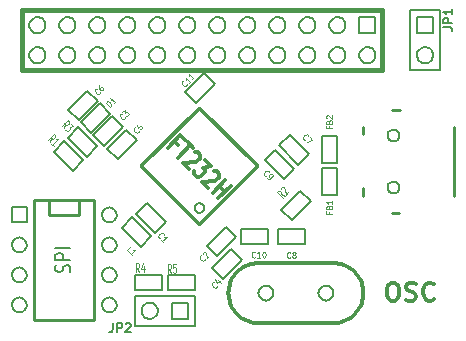
<source format=gto>
G04 (created by PCBNEW-RS274X (2012-01-19 BZR 3256)-stable) date 25/11/2012 15:42:30*
G01*
G70*
G90*
%MOIN*%
G04 Gerber Fmt 3.4, Leading zero omitted, Abs format*
%FSLAX34Y34*%
G04 APERTURE LIST*
%ADD10C,0.006000*%
%ADD11C,0.005000*%
%ADD12C,0.015000*%
%ADD13C,0.011800*%
%ADD14C,0.007900*%
%ADD15C,0.012500*%
%ADD16C,0.010000*%
%ADD17C,0.004500*%
%ADD18C,0.012000*%
%ADD19C,0.008000*%
G04 APERTURE END LIST*
G54D10*
G54D11*
X63115Y-48985D02*
X62215Y-48985D01*
X62215Y-48985D02*
X62215Y-48485D01*
X62215Y-48485D02*
X63115Y-48485D01*
X63115Y-48485D02*
X63115Y-48985D01*
X61125Y-48480D02*
X62025Y-48480D01*
X62025Y-48480D02*
X62025Y-48980D01*
X62025Y-48980D02*
X61125Y-48980D01*
X61125Y-48980D02*
X61125Y-48480D01*
X59501Y-44555D02*
X58865Y-43919D01*
X58865Y-43919D02*
X59219Y-43565D01*
X59219Y-43565D02*
X59855Y-44201D01*
X59855Y-44201D02*
X59501Y-44555D01*
X65995Y-46311D02*
X66631Y-45675D01*
X66631Y-45675D02*
X66985Y-46029D01*
X66985Y-46029D02*
X66349Y-46665D01*
X66349Y-46665D02*
X65995Y-46311D01*
X59041Y-45015D02*
X58405Y-44379D01*
X58405Y-44379D02*
X58759Y-44025D01*
X58759Y-44025D02*
X59395Y-44661D01*
X59395Y-44661D02*
X59041Y-45015D01*
X61786Y-47090D02*
X61150Y-46454D01*
X61150Y-46454D02*
X61504Y-46100D01*
X61504Y-46100D02*
X62140Y-46736D01*
X62140Y-46736D02*
X61786Y-47090D01*
X62785Y-42401D02*
X63421Y-41765D01*
X63421Y-41765D02*
X63775Y-42119D01*
X63775Y-42119D02*
X63139Y-42755D01*
X63139Y-42755D02*
X62785Y-42401D01*
X64640Y-46950D02*
X65540Y-46950D01*
X65540Y-46950D02*
X65540Y-47450D01*
X65540Y-47450D02*
X64640Y-47450D01*
X64640Y-47450D02*
X64640Y-46950D01*
X66071Y-45295D02*
X65435Y-44659D01*
X65435Y-44659D02*
X65789Y-44305D01*
X65789Y-44305D02*
X66425Y-44941D01*
X66425Y-44941D02*
X66071Y-45295D01*
X64495Y-47229D02*
X63859Y-47865D01*
X63859Y-47865D02*
X63505Y-47511D01*
X63505Y-47511D02*
X64141Y-46875D01*
X64141Y-46875D02*
X64495Y-47229D01*
X59725Y-43821D02*
X60361Y-43185D01*
X60361Y-43185D02*
X60715Y-43539D01*
X60715Y-43539D02*
X60079Y-44175D01*
X60079Y-44175D02*
X59725Y-43821D01*
X64685Y-47984D02*
X64049Y-48620D01*
X64049Y-48620D02*
X63695Y-48266D01*
X63695Y-48266D02*
X64331Y-47630D01*
X64331Y-47630D02*
X64685Y-47984D01*
X60185Y-44281D02*
X60821Y-43645D01*
X60821Y-43645D02*
X61175Y-43999D01*
X61175Y-43999D02*
X60539Y-44635D01*
X60539Y-44635D02*
X60185Y-44281D01*
X58885Y-42981D02*
X59521Y-42345D01*
X59521Y-42345D02*
X59875Y-42699D01*
X59875Y-42699D02*
X59239Y-43335D01*
X59239Y-43335D02*
X58885Y-42981D01*
X66561Y-44805D02*
X65925Y-44169D01*
X65925Y-44169D02*
X66279Y-43815D01*
X66279Y-43815D02*
X66915Y-44451D01*
X66915Y-44451D02*
X66561Y-44805D01*
X66780Y-47450D02*
X65880Y-47450D01*
X65880Y-47450D02*
X65880Y-46950D01*
X65880Y-46950D02*
X66780Y-46950D01*
X66780Y-46950D02*
X66780Y-47450D01*
X61306Y-47555D02*
X60670Y-46919D01*
X60670Y-46919D02*
X61024Y-46565D01*
X61024Y-46565D02*
X61660Y-47201D01*
X61660Y-47201D02*
X61306Y-47555D01*
G54D10*
X70280Y-39660D02*
X71280Y-39660D01*
X71280Y-39660D02*
X71280Y-41660D01*
X71280Y-41660D02*
X70280Y-41660D01*
X70280Y-41660D02*
X70280Y-39660D01*
X63110Y-49180D02*
X63110Y-50180D01*
X63110Y-50180D02*
X61110Y-50180D01*
X61110Y-50180D02*
X61110Y-49180D01*
X61110Y-49180D02*
X63110Y-49180D01*
G54D12*
X69360Y-41660D02*
X69360Y-39660D01*
X69360Y-39660D02*
X57360Y-39660D01*
X57360Y-39660D02*
X57360Y-41660D01*
X57360Y-41660D02*
X69360Y-41660D01*
G54D13*
X65181Y-44832D02*
X65181Y-44888D01*
G54D14*
X63416Y-46252D02*
X63413Y-46282D01*
X63404Y-46311D01*
X63389Y-46338D01*
X63370Y-46361D01*
X63347Y-46381D01*
X63320Y-46395D01*
X63291Y-46404D01*
X63261Y-46407D01*
X63231Y-46405D01*
X63202Y-46396D01*
X63175Y-46382D01*
X63151Y-46363D01*
X63132Y-46340D01*
X63117Y-46313D01*
X63108Y-46284D01*
X63105Y-46254D01*
X63107Y-46224D01*
X63115Y-46195D01*
X63129Y-46168D01*
X63148Y-46144D01*
X63171Y-46124D01*
X63198Y-46110D01*
X63227Y-46100D01*
X63257Y-46097D01*
X63287Y-46099D01*
X63316Y-46107D01*
X63343Y-46121D01*
X63367Y-46140D01*
X63387Y-46163D01*
X63402Y-46189D01*
X63412Y-46218D01*
X63415Y-46248D01*
X63416Y-46252D01*
G54D13*
X65181Y-44888D02*
X63288Y-46781D01*
X63288Y-46781D02*
X63232Y-46781D01*
X63232Y-46781D02*
X61339Y-44888D01*
X61339Y-44888D02*
X61339Y-44832D01*
X61339Y-44832D02*
X63232Y-42939D01*
X63232Y-42939D02*
X63288Y-42939D01*
X63288Y-42939D02*
X65181Y-44832D01*
G54D15*
X67730Y-48090D02*
X65230Y-48090D01*
X67730Y-50090D02*
X65230Y-50090D01*
X64230Y-49090D02*
X64234Y-49177D01*
X64246Y-49263D01*
X64265Y-49348D01*
X64291Y-49432D01*
X64324Y-49512D01*
X64364Y-49589D01*
X64411Y-49663D01*
X64464Y-49732D01*
X64523Y-49797D01*
X64588Y-49856D01*
X64657Y-49909D01*
X64731Y-49956D01*
X64808Y-49996D01*
X64888Y-50029D01*
X64972Y-50055D01*
X65057Y-50074D01*
X65143Y-50086D01*
X65230Y-50090D01*
X65230Y-48090D02*
X65143Y-48094D01*
X65057Y-48106D01*
X64972Y-48125D01*
X64888Y-48151D01*
X64808Y-48184D01*
X64731Y-48224D01*
X64657Y-48271D01*
X64588Y-48324D01*
X64523Y-48383D01*
X64464Y-48448D01*
X64411Y-48517D01*
X64364Y-48591D01*
X64324Y-48668D01*
X64291Y-48748D01*
X64265Y-48832D01*
X64246Y-48917D01*
X64234Y-49003D01*
X64230Y-49090D01*
X67730Y-50090D02*
X67817Y-50086D01*
X67903Y-50074D01*
X67988Y-50055D01*
X68072Y-50029D01*
X68152Y-49996D01*
X68230Y-49956D01*
X68303Y-49909D01*
X68372Y-49856D01*
X68437Y-49797D01*
X68496Y-49732D01*
X68549Y-49663D01*
X68596Y-49589D01*
X68636Y-49512D01*
X68669Y-49432D01*
X68695Y-49348D01*
X68714Y-49263D01*
X68726Y-49177D01*
X68730Y-49090D01*
X68730Y-49090D02*
X68726Y-49003D01*
X68714Y-48917D01*
X68695Y-48832D01*
X68669Y-48748D01*
X68636Y-48668D01*
X68596Y-48591D01*
X68549Y-48517D01*
X68496Y-48448D01*
X68437Y-48383D01*
X68372Y-48324D01*
X68303Y-48271D01*
X68230Y-48224D01*
X68152Y-48184D01*
X68072Y-48151D01*
X67988Y-48125D01*
X67903Y-48106D01*
X67817Y-48094D01*
X67730Y-48090D01*
G54D11*
X67860Y-44910D02*
X67860Y-45810D01*
X67860Y-45810D02*
X67360Y-45810D01*
X67360Y-45810D02*
X67360Y-44910D01*
X67360Y-44910D02*
X67860Y-44910D01*
X67860Y-43850D02*
X67860Y-44750D01*
X67860Y-44750D02*
X67360Y-44750D01*
X67360Y-44750D02*
X67360Y-43850D01*
X67360Y-43850D02*
X67860Y-43850D01*
G54D16*
X71735Y-45861D02*
X71735Y-43538D01*
X69925Y-46412D02*
X69689Y-46412D01*
X69688Y-42987D02*
X69964Y-42987D01*
X68704Y-43774D02*
X68704Y-43538D01*
X68704Y-45586D02*
X68704Y-45861D01*
X59260Y-45980D02*
X59260Y-46480D01*
X59260Y-46480D02*
X58260Y-46480D01*
X58260Y-46480D02*
X58260Y-45980D01*
X59760Y-45980D02*
X59760Y-49980D01*
X59760Y-49980D02*
X57760Y-49980D01*
X57760Y-49980D02*
X57760Y-45980D01*
X57760Y-45980D02*
X59760Y-45980D01*
G54D11*
X59300Y-43396D02*
X59936Y-42760D01*
X59936Y-42760D02*
X60290Y-43114D01*
X60290Y-43114D02*
X59654Y-43750D01*
X59654Y-43750D02*
X59300Y-43396D01*
G54D10*
X70510Y-39890D02*
X70510Y-40430D01*
X71050Y-40430D01*
X71050Y-39890D01*
X70510Y-39890D01*
X71050Y-41160D02*
X71044Y-41212D01*
X71029Y-41262D01*
X71004Y-41309D01*
X70971Y-41350D01*
X70930Y-41383D01*
X70884Y-41408D01*
X70834Y-41424D01*
X70781Y-41429D01*
X70730Y-41425D01*
X70679Y-41410D01*
X70633Y-41385D01*
X70592Y-41352D01*
X70558Y-41312D01*
X70532Y-41266D01*
X70516Y-41216D01*
X70511Y-41163D01*
X70515Y-41112D01*
X70529Y-41061D01*
X70554Y-41014D01*
X70586Y-40973D01*
X70626Y-40939D01*
X70672Y-40913D01*
X70723Y-40897D01*
X70775Y-40891D01*
X70826Y-40895D01*
X70877Y-40909D01*
X70924Y-40933D01*
X70966Y-40965D01*
X71000Y-41005D01*
X71026Y-41051D01*
X71043Y-41101D01*
X71049Y-41153D01*
X71050Y-41160D01*
X62340Y-49410D02*
X62340Y-49950D01*
X62880Y-49950D01*
X62880Y-49410D01*
X62340Y-49410D01*
X61880Y-49680D02*
X61874Y-49732D01*
X61859Y-49782D01*
X61834Y-49829D01*
X61801Y-49870D01*
X61760Y-49903D01*
X61714Y-49928D01*
X61664Y-49944D01*
X61611Y-49949D01*
X61560Y-49945D01*
X61509Y-49930D01*
X61463Y-49905D01*
X61422Y-49872D01*
X61388Y-49832D01*
X61362Y-49786D01*
X61346Y-49736D01*
X61341Y-49683D01*
X61345Y-49632D01*
X61359Y-49581D01*
X61384Y-49534D01*
X61416Y-49493D01*
X61456Y-49459D01*
X61502Y-49433D01*
X61553Y-49417D01*
X61605Y-49411D01*
X61656Y-49415D01*
X61707Y-49429D01*
X61754Y-49453D01*
X61796Y-49485D01*
X61830Y-49525D01*
X61856Y-49571D01*
X61873Y-49621D01*
X61879Y-49673D01*
X61880Y-49680D01*
X68590Y-39890D02*
X68590Y-40430D01*
X69130Y-40430D01*
X69130Y-39890D01*
X68590Y-39890D01*
X69130Y-41160D02*
X69124Y-41212D01*
X69109Y-41262D01*
X69084Y-41309D01*
X69051Y-41350D01*
X69010Y-41383D01*
X68964Y-41408D01*
X68914Y-41424D01*
X68861Y-41429D01*
X68810Y-41425D01*
X68759Y-41410D01*
X68713Y-41385D01*
X68672Y-41352D01*
X68638Y-41312D01*
X68612Y-41266D01*
X68596Y-41216D01*
X68591Y-41163D01*
X68595Y-41112D01*
X68609Y-41061D01*
X68634Y-41014D01*
X68666Y-40973D01*
X68706Y-40939D01*
X68752Y-40913D01*
X68803Y-40897D01*
X68855Y-40891D01*
X68906Y-40895D01*
X68957Y-40909D01*
X69004Y-40933D01*
X69046Y-40965D01*
X69080Y-41005D01*
X69106Y-41051D01*
X69123Y-41101D01*
X69129Y-41153D01*
X69130Y-41160D01*
X68130Y-40160D02*
X68124Y-40212D01*
X68109Y-40262D01*
X68084Y-40309D01*
X68051Y-40350D01*
X68010Y-40383D01*
X67964Y-40408D01*
X67914Y-40424D01*
X67861Y-40429D01*
X67810Y-40425D01*
X67759Y-40410D01*
X67713Y-40385D01*
X67672Y-40352D01*
X67638Y-40312D01*
X67612Y-40266D01*
X67596Y-40216D01*
X67591Y-40163D01*
X67595Y-40112D01*
X67609Y-40061D01*
X67634Y-40014D01*
X67666Y-39973D01*
X67706Y-39939D01*
X67752Y-39913D01*
X67803Y-39897D01*
X67855Y-39891D01*
X67906Y-39895D01*
X67957Y-39909D01*
X68004Y-39933D01*
X68046Y-39965D01*
X68080Y-40005D01*
X68106Y-40051D01*
X68123Y-40101D01*
X68129Y-40153D01*
X68130Y-40160D01*
X68130Y-41160D02*
X68124Y-41212D01*
X68109Y-41262D01*
X68084Y-41309D01*
X68051Y-41350D01*
X68010Y-41383D01*
X67964Y-41408D01*
X67914Y-41424D01*
X67861Y-41429D01*
X67810Y-41425D01*
X67759Y-41410D01*
X67713Y-41385D01*
X67672Y-41352D01*
X67638Y-41312D01*
X67612Y-41266D01*
X67596Y-41216D01*
X67591Y-41163D01*
X67595Y-41112D01*
X67609Y-41061D01*
X67634Y-41014D01*
X67666Y-40973D01*
X67706Y-40939D01*
X67752Y-40913D01*
X67803Y-40897D01*
X67855Y-40891D01*
X67906Y-40895D01*
X67957Y-40909D01*
X68004Y-40933D01*
X68046Y-40965D01*
X68080Y-41005D01*
X68106Y-41051D01*
X68123Y-41101D01*
X68129Y-41153D01*
X68130Y-41160D01*
X67130Y-40160D02*
X67124Y-40212D01*
X67109Y-40262D01*
X67084Y-40309D01*
X67051Y-40350D01*
X67010Y-40383D01*
X66964Y-40408D01*
X66914Y-40424D01*
X66861Y-40429D01*
X66810Y-40425D01*
X66759Y-40410D01*
X66713Y-40385D01*
X66672Y-40352D01*
X66638Y-40312D01*
X66612Y-40266D01*
X66596Y-40216D01*
X66591Y-40163D01*
X66595Y-40112D01*
X66609Y-40061D01*
X66634Y-40014D01*
X66666Y-39973D01*
X66706Y-39939D01*
X66752Y-39913D01*
X66803Y-39897D01*
X66855Y-39891D01*
X66906Y-39895D01*
X66957Y-39909D01*
X67004Y-39933D01*
X67046Y-39965D01*
X67080Y-40005D01*
X67106Y-40051D01*
X67123Y-40101D01*
X67129Y-40153D01*
X67130Y-40160D01*
X67130Y-41160D02*
X67124Y-41212D01*
X67109Y-41262D01*
X67084Y-41309D01*
X67051Y-41350D01*
X67010Y-41383D01*
X66964Y-41408D01*
X66914Y-41424D01*
X66861Y-41429D01*
X66810Y-41425D01*
X66759Y-41410D01*
X66713Y-41385D01*
X66672Y-41352D01*
X66638Y-41312D01*
X66612Y-41266D01*
X66596Y-41216D01*
X66591Y-41163D01*
X66595Y-41112D01*
X66609Y-41061D01*
X66634Y-41014D01*
X66666Y-40973D01*
X66706Y-40939D01*
X66752Y-40913D01*
X66803Y-40897D01*
X66855Y-40891D01*
X66906Y-40895D01*
X66957Y-40909D01*
X67004Y-40933D01*
X67046Y-40965D01*
X67080Y-41005D01*
X67106Y-41051D01*
X67123Y-41101D01*
X67129Y-41153D01*
X67130Y-41160D01*
X66130Y-40160D02*
X66124Y-40212D01*
X66109Y-40262D01*
X66084Y-40309D01*
X66051Y-40350D01*
X66010Y-40383D01*
X65964Y-40408D01*
X65914Y-40424D01*
X65861Y-40429D01*
X65810Y-40425D01*
X65759Y-40410D01*
X65713Y-40385D01*
X65672Y-40352D01*
X65638Y-40312D01*
X65612Y-40266D01*
X65596Y-40216D01*
X65591Y-40163D01*
X65595Y-40112D01*
X65609Y-40061D01*
X65634Y-40014D01*
X65666Y-39973D01*
X65706Y-39939D01*
X65752Y-39913D01*
X65803Y-39897D01*
X65855Y-39891D01*
X65906Y-39895D01*
X65957Y-39909D01*
X66004Y-39933D01*
X66046Y-39965D01*
X66080Y-40005D01*
X66106Y-40051D01*
X66123Y-40101D01*
X66129Y-40153D01*
X66130Y-40160D01*
X66130Y-41160D02*
X66124Y-41212D01*
X66109Y-41262D01*
X66084Y-41309D01*
X66051Y-41350D01*
X66010Y-41383D01*
X65964Y-41408D01*
X65914Y-41424D01*
X65861Y-41429D01*
X65810Y-41425D01*
X65759Y-41410D01*
X65713Y-41385D01*
X65672Y-41352D01*
X65638Y-41312D01*
X65612Y-41266D01*
X65596Y-41216D01*
X65591Y-41163D01*
X65595Y-41112D01*
X65609Y-41061D01*
X65634Y-41014D01*
X65666Y-40973D01*
X65706Y-40939D01*
X65752Y-40913D01*
X65803Y-40897D01*
X65855Y-40891D01*
X65906Y-40895D01*
X65957Y-40909D01*
X66004Y-40933D01*
X66046Y-40965D01*
X66080Y-41005D01*
X66106Y-41051D01*
X66123Y-41101D01*
X66129Y-41153D01*
X66130Y-41160D01*
X65130Y-40160D02*
X65124Y-40212D01*
X65109Y-40262D01*
X65084Y-40309D01*
X65051Y-40350D01*
X65010Y-40383D01*
X64964Y-40408D01*
X64914Y-40424D01*
X64861Y-40429D01*
X64810Y-40425D01*
X64759Y-40410D01*
X64713Y-40385D01*
X64672Y-40352D01*
X64638Y-40312D01*
X64612Y-40266D01*
X64596Y-40216D01*
X64591Y-40163D01*
X64595Y-40112D01*
X64609Y-40061D01*
X64634Y-40014D01*
X64666Y-39973D01*
X64706Y-39939D01*
X64752Y-39913D01*
X64803Y-39897D01*
X64855Y-39891D01*
X64906Y-39895D01*
X64957Y-39909D01*
X65004Y-39933D01*
X65046Y-39965D01*
X65080Y-40005D01*
X65106Y-40051D01*
X65123Y-40101D01*
X65129Y-40153D01*
X65130Y-40160D01*
X65130Y-41160D02*
X65124Y-41212D01*
X65109Y-41262D01*
X65084Y-41309D01*
X65051Y-41350D01*
X65010Y-41383D01*
X64964Y-41408D01*
X64914Y-41424D01*
X64861Y-41429D01*
X64810Y-41425D01*
X64759Y-41410D01*
X64713Y-41385D01*
X64672Y-41352D01*
X64638Y-41312D01*
X64612Y-41266D01*
X64596Y-41216D01*
X64591Y-41163D01*
X64595Y-41112D01*
X64609Y-41061D01*
X64634Y-41014D01*
X64666Y-40973D01*
X64706Y-40939D01*
X64752Y-40913D01*
X64803Y-40897D01*
X64855Y-40891D01*
X64906Y-40895D01*
X64957Y-40909D01*
X65004Y-40933D01*
X65046Y-40965D01*
X65080Y-41005D01*
X65106Y-41051D01*
X65123Y-41101D01*
X65129Y-41153D01*
X65130Y-41160D01*
X64130Y-40160D02*
X64124Y-40212D01*
X64109Y-40262D01*
X64084Y-40309D01*
X64051Y-40350D01*
X64010Y-40383D01*
X63964Y-40408D01*
X63914Y-40424D01*
X63861Y-40429D01*
X63810Y-40425D01*
X63759Y-40410D01*
X63713Y-40385D01*
X63672Y-40352D01*
X63638Y-40312D01*
X63612Y-40266D01*
X63596Y-40216D01*
X63591Y-40163D01*
X63595Y-40112D01*
X63609Y-40061D01*
X63634Y-40014D01*
X63666Y-39973D01*
X63706Y-39939D01*
X63752Y-39913D01*
X63803Y-39897D01*
X63855Y-39891D01*
X63906Y-39895D01*
X63957Y-39909D01*
X64004Y-39933D01*
X64046Y-39965D01*
X64080Y-40005D01*
X64106Y-40051D01*
X64123Y-40101D01*
X64129Y-40153D01*
X64130Y-40160D01*
X64130Y-41160D02*
X64124Y-41212D01*
X64109Y-41262D01*
X64084Y-41309D01*
X64051Y-41350D01*
X64010Y-41383D01*
X63964Y-41408D01*
X63914Y-41424D01*
X63861Y-41429D01*
X63810Y-41425D01*
X63759Y-41410D01*
X63713Y-41385D01*
X63672Y-41352D01*
X63638Y-41312D01*
X63612Y-41266D01*
X63596Y-41216D01*
X63591Y-41163D01*
X63595Y-41112D01*
X63609Y-41061D01*
X63634Y-41014D01*
X63666Y-40973D01*
X63706Y-40939D01*
X63752Y-40913D01*
X63803Y-40897D01*
X63855Y-40891D01*
X63906Y-40895D01*
X63957Y-40909D01*
X64004Y-40933D01*
X64046Y-40965D01*
X64080Y-41005D01*
X64106Y-41051D01*
X64123Y-41101D01*
X64129Y-41153D01*
X64130Y-41160D01*
X63130Y-40160D02*
X63124Y-40212D01*
X63109Y-40262D01*
X63084Y-40309D01*
X63051Y-40350D01*
X63010Y-40383D01*
X62964Y-40408D01*
X62914Y-40424D01*
X62861Y-40429D01*
X62810Y-40425D01*
X62759Y-40410D01*
X62713Y-40385D01*
X62672Y-40352D01*
X62638Y-40312D01*
X62612Y-40266D01*
X62596Y-40216D01*
X62591Y-40163D01*
X62595Y-40112D01*
X62609Y-40061D01*
X62634Y-40014D01*
X62666Y-39973D01*
X62706Y-39939D01*
X62752Y-39913D01*
X62803Y-39897D01*
X62855Y-39891D01*
X62906Y-39895D01*
X62957Y-39909D01*
X63004Y-39933D01*
X63046Y-39965D01*
X63080Y-40005D01*
X63106Y-40051D01*
X63123Y-40101D01*
X63129Y-40153D01*
X63130Y-40160D01*
X63130Y-41160D02*
X63124Y-41212D01*
X63109Y-41262D01*
X63084Y-41309D01*
X63051Y-41350D01*
X63010Y-41383D01*
X62964Y-41408D01*
X62914Y-41424D01*
X62861Y-41429D01*
X62810Y-41425D01*
X62759Y-41410D01*
X62713Y-41385D01*
X62672Y-41352D01*
X62638Y-41312D01*
X62612Y-41266D01*
X62596Y-41216D01*
X62591Y-41163D01*
X62595Y-41112D01*
X62609Y-41061D01*
X62634Y-41014D01*
X62666Y-40973D01*
X62706Y-40939D01*
X62752Y-40913D01*
X62803Y-40897D01*
X62855Y-40891D01*
X62906Y-40895D01*
X62957Y-40909D01*
X63004Y-40933D01*
X63046Y-40965D01*
X63080Y-41005D01*
X63106Y-41051D01*
X63123Y-41101D01*
X63129Y-41153D01*
X63130Y-41160D01*
X62130Y-40160D02*
X62124Y-40212D01*
X62109Y-40262D01*
X62084Y-40309D01*
X62051Y-40350D01*
X62010Y-40383D01*
X61964Y-40408D01*
X61914Y-40424D01*
X61861Y-40429D01*
X61810Y-40425D01*
X61759Y-40410D01*
X61713Y-40385D01*
X61672Y-40352D01*
X61638Y-40312D01*
X61612Y-40266D01*
X61596Y-40216D01*
X61591Y-40163D01*
X61595Y-40112D01*
X61609Y-40061D01*
X61634Y-40014D01*
X61666Y-39973D01*
X61706Y-39939D01*
X61752Y-39913D01*
X61803Y-39897D01*
X61855Y-39891D01*
X61906Y-39895D01*
X61957Y-39909D01*
X62004Y-39933D01*
X62046Y-39965D01*
X62080Y-40005D01*
X62106Y-40051D01*
X62123Y-40101D01*
X62129Y-40153D01*
X62130Y-40160D01*
X62130Y-41160D02*
X62124Y-41212D01*
X62109Y-41262D01*
X62084Y-41309D01*
X62051Y-41350D01*
X62010Y-41383D01*
X61964Y-41408D01*
X61914Y-41424D01*
X61861Y-41429D01*
X61810Y-41425D01*
X61759Y-41410D01*
X61713Y-41385D01*
X61672Y-41352D01*
X61638Y-41312D01*
X61612Y-41266D01*
X61596Y-41216D01*
X61591Y-41163D01*
X61595Y-41112D01*
X61609Y-41061D01*
X61634Y-41014D01*
X61666Y-40973D01*
X61706Y-40939D01*
X61752Y-40913D01*
X61803Y-40897D01*
X61855Y-40891D01*
X61906Y-40895D01*
X61957Y-40909D01*
X62004Y-40933D01*
X62046Y-40965D01*
X62080Y-41005D01*
X62106Y-41051D01*
X62123Y-41101D01*
X62129Y-41153D01*
X62130Y-41160D01*
X61130Y-40160D02*
X61124Y-40212D01*
X61109Y-40262D01*
X61084Y-40309D01*
X61051Y-40350D01*
X61010Y-40383D01*
X60964Y-40408D01*
X60914Y-40424D01*
X60861Y-40429D01*
X60810Y-40425D01*
X60759Y-40410D01*
X60713Y-40385D01*
X60672Y-40352D01*
X60638Y-40312D01*
X60612Y-40266D01*
X60596Y-40216D01*
X60591Y-40163D01*
X60595Y-40112D01*
X60609Y-40061D01*
X60634Y-40014D01*
X60666Y-39973D01*
X60706Y-39939D01*
X60752Y-39913D01*
X60803Y-39897D01*
X60855Y-39891D01*
X60906Y-39895D01*
X60957Y-39909D01*
X61004Y-39933D01*
X61046Y-39965D01*
X61080Y-40005D01*
X61106Y-40051D01*
X61123Y-40101D01*
X61129Y-40153D01*
X61130Y-40160D01*
X61130Y-41160D02*
X61124Y-41212D01*
X61109Y-41262D01*
X61084Y-41309D01*
X61051Y-41350D01*
X61010Y-41383D01*
X60964Y-41408D01*
X60914Y-41424D01*
X60861Y-41429D01*
X60810Y-41425D01*
X60759Y-41410D01*
X60713Y-41385D01*
X60672Y-41352D01*
X60638Y-41312D01*
X60612Y-41266D01*
X60596Y-41216D01*
X60591Y-41163D01*
X60595Y-41112D01*
X60609Y-41061D01*
X60634Y-41014D01*
X60666Y-40973D01*
X60706Y-40939D01*
X60752Y-40913D01*
X60803Y-40897D01*
X60855Y-40891D01*
X60906Y-40895D01*
X60957Y-40909D01*
X61004Y-40933D01*
X61046Y-40965D01*
X61080Y-41005D01*
X61106Y-41051D01*
X61123Y-41101D01*
X61129Y-41153D01*
X61130Y-41160D01*
X60130Y-40160D02*
X60124Y-40212D01*
X60109Y-40262D01*
X60084Y-40309D01*
X60051Y-40350D01*
X60010Y-40383D01*
X59964Y-40408D01*
X59914Y-40424D01*
X59861Y-40429D01*
X59810Y-40425D01*
X59759Y-40410D01*
X59713Y-40385D01*
X59672Y-40352D01*
X59638Y-40312D01*
X59612Y-40266D01*
X59596Y-40216D01*
X59591Y-40163D01*
X59595Y-40112D01*
X59609Y-40061D01*
X59634Y-40014D01*
X59666Y-39973D01*
X59706Y-39939D01*
X59752Y-39913D01*
X59803Y-39897D01*
X59855Y-39891D01*
X59906Y-39895D01*
X59957Y-39909D01*
X60004Y-39933D01*
X60046Y-39965D01*
X60080Y-40005D01*
X60106Y-40051D01*
X60123Y-40101D01*
X60129Y-40153D01*
X60130Y-40160D01*
X60130Y-41160D02*
X60124Y-41212D01*
X60109Y-41262D01*
X60084Y-41309D01*
X60051Y-41350D01*
X60010Y-41383D01*
X59964Y-41408D01*
X59914Y-41424D01*
X59861Y-41429D01*
X59810Y-41425D01*
X59759Y-41410D01*
X59713Y-41385D01*
X59672Y-41352D01*
X59638Y-41312D01*
X59612Y-41266D01*
X59596Y-41216D01*
X59591Y-41163D01*
X59595Y-41112D01*
X59609Y-41061D01*
X59634Y-41014D01*
X59666Y-40973D01*
X59706Y-40939D01*
X59752Y-40913D01*
X59803Y-40897D01*
X59855Y-40891D01*
X59906Y-40895D01*
X59957Y-40909D01*
X60004Y-40933D01*
X60046Y-40965D01*
X60080Y-41005D01*
X60106Y-41051D01*
X60123Y-41101D01*
X60129Y-41153D01*
X60130Y-41160D01*
X59130Y-40160D02*
X59124Y-40212D01*
X59109Y-40262D01*
X59084Y-40309D01*
X59051Y-40350D01*
X59010Y-40383D01*
X58964Y-40408D01*
X58914Y-40424D01*
X58861Y-40429D01*
X58810Y-40425D01*
X58759Y-40410D01*
X58713Y-40385D01*
X58672Y-40352D01*
X58638Y-40312D01*
X58612Y-40266D01*
X58596Y-40216D01*
X58591Y-40163D01*
X58595Y-40112D01*
X58609Y-40061D01*
X58634Y-40014D01*
X58666Y-39973D01*
X58706Y-39939D01*
X58752Y-39913D01*
X58803Y-39897D01*
X58855Y-39891D01*
X58906Y-39895D01*
X58957Y-39909D01*
X59004Y-39933D01*
X59046Y-39965D01*
X59080Y-40005D01*
X59106Y-40051D01*
X59123Y-40101D01*
X59129Y-40153D01*
X59130Y-40160D01*
X59130Y-41160D02*
X59124Y-41212D01*
X59109Y-41262D01*
X59084Y-41309D01*
X59051Y-41350D01*
X59010Y-41383D01*
X58964Y-41408D01*
X58914Y-41424D01*
X58861Y-41429D01*
X58810Y-41425D01*
X58759Y-41410D01*
X58713Y-41385D01*
X58672Y-41352D01*
X58638Y-41312D01*
X58612Y-41266D01*
X58596Y-41216D01*
X58591Y-41163D01*
X58595Y-41112D01*
X58609Y-41061D01*
X58634Y-41014D01*
X58666Y-40973D01*
X58706Y-40939D01*
X58752Y-40913D01*
X58803Y-40897D01*
X58855Y-40891D01*
X58906Y-40895D01*
X58957Y-40909D01*
X59004Y-40933D01*
X59046Y-40965D01*
X59080Y-41005D01*
X59106Y-41051D01*
X59123Y-41101D01*
X59129Y-41153D01*
X59130Y-41160D01*
X58130Y-40160D02*
X58124Y-40212D01*
X58109Y-40262D01*
X58084Y-40309D01*
X58051Y-40350D01*
X58010Y-40383D01*
X57964Y-40408D01*
X57914Y-40424D01*
X57861Y-40429D01*
X57810Y-40425D01*
X57759Y-40410D01*
X57713Y-40385D01*
X57672Y-40352D01*
X57638Y-40312D01*
X57612Y-40266D01*
X57596Y-40216D01*
X57591Y-40163D01*
X57595Y-40112D01*
X57609Y-40061D01*
X57634Y-40014D01*
X57666Y-39973D01*
X57706Y-39939D01*
X57752Y-39913D01*
X57803Y-39897D01*
X57855Y-39891D01*
X57906Y-39895D01*
X57957Y-39909D01*
X58004Y-39933D01*
X58046Y-39965D01*
X58080Y-40005D01*
X58106Y-40051D01*
X58123Y-40101D01*
X58129Y-40153D01*
X58130Y-40160D01*
X58130Y-41160D02*
X58124Y-41212D01*
X58109Y-41262D01*
X58084Y-41309D01*
X58051Y-41350D01*
X58010Y-41383D01*
X57964Y-41408D01*
X57914Y-41424D01*
X57861Y-41429D01*
X57810Y-41425D01*
X57759Y-41410D01*
X57713Y-41385D01*
X57672Y-41352D01*
X57638Y-41312D01*
X57612Y-41266D01*
X57596Y-41216D01*
X57591Y-41163D01*
X57595Y-41112D01*
X57609Y-41061D01*
X57634Y-41014D01*
X57666Y-40973D01*
X57706Y-40939D01*
X57752Y-40913D01*
X57803Y-40897D01*
X57855Y-40891D01*
X57906Y-40895D01*
X57957Y-40909D01*
X58004Y-40933D01*
X58046Y-40965D01*
X58080Y-41005D01*
X58106Y-41051D01*
X58123Y-41101D01*
X58129Y-41153D01*
X58130Y-41160D01*
X67730Y-49090D02*
X67725Y-49138D01*
X67711Y-49185D01*
X67688Y-49228D01*
X67657Y-49266D01*
X67619Y-49297D01*
X67576Y-49320D01*
X67530Y-49334D01*
X67481Y-49339D01*
X67434Y-49335D01*
X67387Y-49321D01*
X67344Y-49299D01*
X67306Y-49268D01*
X67274Y-49231D01*
X67251Y-49188D01*
X67236Y-49141D01*
X67231Y-49093D01*
X67235Y-49045D01*
X67248Y-48998D01*
X67270Y-48955D01*
X67301Y-48917D01*
X67338Y-48885D01*
X67380Y-48861D01*
X67427Y-48846D01*
X67475Y-48841D01*
X67523Y-48844D01*
X67570Y-48857D01*
X67613Y-48879D01*
X67652Y-48909D01*
X67684Y-48946D01*
X67708Y-48989D01*
X67723Y-49035D01*
X67729Y-49084D01*
X67730Y-49090D01*
X65730Y-49090D02*
X65725Y-49138D01*
X65711Y-49185D01*
X65688Y-49228D01*
X65657Y-49266D01*
X65619Y-49297D01*
X65576Y-49320D01*
X65530Y-49334D01*
X65481Y-49339D01*
X65434Y-49335D01*
X65387Y-49321D01*
X65344Y-49299D01*
X65306Y-49268D01*
X65274Y-49231D01*
X65251Y-49188D01*
X65236Y-49141D01*
X65231Y-49093D01*
X65235Y-49045D01*
X65248Y-48998D01*
X65270Y-48955D01*
X65301Y-48917D01*
X65338Y-48885D01*
X65380Y-48861D01*
X65427Y-48846D01*
X65475Y-48841D01*
X65523Y-48844D01*
X65570Y-48857D01*
X65613Y-48879D01*
X65652Y-48909D01*
X65684Y-48946D01*
X65708Y-48989D01*
X65723Y-49035D01*
X65729Y-49084D01*
X65730Y-49090D01*
X69924Y-45566D02*
X69920Y-45604D01*
X69909Y-45640D01*
X69891Y-45674D01*
X69867Y-45704D01*
X69837Y-45728D01*
X69803Y-45746D01*
X69767Y-45757D01*
X69729Y-45761D01*
X69692Y-45758D01*
X69655Y-45747D01*
X69621Y-45730D01*
X69591Y-45706D01*
X69567Y-45676D01*
X69548Y-45643D01*
X69537Y-45606D01*
X69533Y-45568D01*
X69536Y-45531D01*
X69546Y-45494D01*
X69564Y-45460D01*
X69588Y-45430D01*
X69617Y-45406D01*
X69650Y-45387D01*
X69686Y-45375D01*
X69724Y-45371D01*
X69762Y-45373D01*
X69798Y-45384D01*
X69833Y-45401D01*
X69863Y-45425D01*
X69888Y-45454D01*
X69907Y-45487D01*
X69919Y-45523D01*
X69923Y-45561D01*
X69924Y-45566D01*
X69924Y-43834D02*
X69920Y-43872D01*
X69909Y-43908D01*
X69891Y-43942D01*
X69867Y-43972D01*
X69837Y-43996D01*
X69803Y-44014D01*
X69767Y-44025D01*
X69729Y-44029D01*
X69692Y-44026D01*
X69655Y-44015D01*
X69621Y-43998D01*
X69591Y-43974D01*
X69567Y-43944D01*
X69548Y-43911D01*
X69537Y-43874D01*
X69533Y-43836D01*
X69536Y-43799D01*
X69546Y-43762D01*
X69564Y-43728D01*
X69588Y-43698D01*
X69617Y-43674D01*
X69650Y-43655D01*
X69686Y-43643D01*
X69724Y-43639D01*
X69762Y-43641D01*
X69798Y-43652D01*
X69833Y-43669D01*
X69863Y-43693D01*
X69888Y-43722D01*
X69907Y-43755D01*
X69919Y-43791D01*
X69923Y-43829D01*
X69924Y-43834D01*
X57015Y-46235D02*
X57015Y-46725D01*
X57505Y-46725D01*
X57505Y-46235D01*
X57015Y-46235D01*
X57505Y-47480D02*
X57500Y-47527D01*
X57486Y-47573D01*
X57464Y-47615D01*
X57433Y-47652D01*
X57397Y-47683D01*
X57354Y-47705D01*
X57309Y-47719D01*
X57261Y-47724D01*
X57215Y-47720D01*
X57169Y-47707D01*
X57126Y-47685D01*
X57089Y-47655D01*
X57058Y-47618D01*
X57035Y-47576D01*
X57021Y-47530D01*
X57016Y-47483D01*
X57020Y-47436D01*
X57033Y-47390D01*
X57055Y-47348D01*
X57084Y-47310D01*
X57121Y-47279D01*
X57162Y-47256D01*
X57208Y-47241D01*
X57255Y-47236D01*
X57302Y-47239D01*
X57348Y-47252D01*
X57391Y-47274D01*
X57428Y-47303D01*
X57460Y-47339D01*
X57483Y-47381D01*
X57498Y-47426D01*
X57504Y-47474D01*
X57505Y-47480D01*
X57505Y-48480D02*
X57500Y-48527D01*
X57486Y-48573D01*
X57464Y-48615D01*
X57433Y-48652D01*
X57397Y-48683D01*
X57354Y-48705D01*
X57309Y-48719D01*
X57261Y-48724D01*
X57215Y-48720D01*
X57169Y-48707D01*
X57126Y-48685D01*
X57089Y-48655D01*
X57058Y-48618D01*
X57035Y-48576D01*
X57021Y-48530D01*
X57016Y-48483D01*
X57020Y-48436D01*
X57033Y-48390D01*
X57055Y-48348D01*
X57084Y-48310D01*
X57121Y-48279D01*
X57162Y-48256D01*
X57208Y-48241D01*
X57255Y-48236D01*
X57302Y-48239D01*
X57348Y-48252D01*
X57391Y-48274D01*
X57428Y-48303D01*
X57460Y-48339D01*
X57483Y-48381D01*
X57498Y-48426D01*
X57504Y-48474D01*
X57505Y-48480D01*
X57505Y-49480D02*
X57500Y-49527D01*
X57486Y-49573D01*
X57464Y-49615D01*
X57433Y-49652D01*
X57397Y-49683D01*
X57354Y-49705D01*
X57309Y-49719D01*
X57261Y-49724D01*
X57215Y-49720D01*
X57169Y-49707D01*
X57126Y-49685D01*
X57089Y-49655D01*
X57058Y-49618D01*
X57035Y-49576D01*
X57021Y-49530D01*
X57016Y-49483D01*
X57020Y-49436D01*
X57033Y-49390D01*
X57055Y-49348D01*
X57084Y-49310D01*
X57121Y-49279D01*
X57162Y-49256D01*
X57208Y-49241D01*
X57255Y-49236D01*
X57302Y-49239D01*
X57348Y-49252D01*
X57391Y-49274D01*
X57428Y-49303D01*
X57460Y-49339D01*
X57483Y-49381D01*
X57498Y-49426D01*
X57504Y-49474D01*
X57505Y-49480D01*
X60505Y-49480D02*
X60500Y-49527D01*
X60486Y-49573D01*
X60464Y-49615D01*
X60433Y-49652D01*
X60397Y-49683D01*
X60354Y-49705D01*
X60309Y-49719D01*
X60261Y-49724D01*
X60215Y-49720D01*
X60169Y-49707D01*
X60126Y-49685D01*
X60089Y-49655D01*
X60058Y-49618D01*
X60035Y-49576D01*
X60021Y-49530D01*
X60016Y-49483D01*
X60020Y-49436D01*
X60033Y-49390D01*
X60055Y-49348D01*
X60084Y-49310D01*
X60121Y-49279D01*
X60162Y-49256D01*
X60208Y-49241D01*
X60255Y-49236D01*
X60302Y-49239D01*
X60348Y-49252D01*
X60391Y-49274D01*
X60428Y-49303D01*
X60460Y-49339D01*
X60483Y-49381D01*
X60498Y-49426D01*
X60504Y-49474D01*
X60505Y-49480D01*
X60505Y-48480D02*
X60500Y-48527D01*
X60486Y-48573D01*
X60464Y-48615D01*
X60433Y-48652D01*
X60397Y-48683D01*
X60354Y-48705D01*
X60309Y-48719D01*
X60261Y-48724D01*
X60215Y-48720D01*
X60169Y-48707D01*
X60126Y-48685D01*
X60089Y-48655D01*
X60058Y-48618D01*
X60035Y-48576D01*
X60021Y-48530D01*
X60016Y-48483D01*
X60020Y-48436D01*
X60033Y-48390D01*
X60055Y-48348D01*
X60084Y-48310D01*
X60121Y-48279D01*
X60162Y-48256D01*
X60208Y-48241D01*
X60255Y-48236D01*
X60302Y-48239D01*
X60348Y-48252D01*
X60391Y-48274D01*
X60428Y-48303D01*
X60460Y-48339D01*
X60483Y-48381D01*
X60498Y-48426D01*
X60504Y-48474D01*
X60505Y-48480D01*
X60505Y-47480D02*
X60500Y-47527D01*
X60486Y-47573D01*
X60464Y-47615D01*
X60433Y-47652D01*
X60397Y-47683D01*
X60354Y-47705D01*
X60309Y-47719D01*
X60261Y-47724D01*
X60215Y-47720D01*
X60169Y-47707D01*
X60126Y-47685D01*
X60089Y-47655D01*
X60058Y-47618D01*
X60035Y-47576D01*
X60021Y-47530D01*
X60016Y-47483D01*
X60020Y-47436D01*
X60033Y-47390D01*
X60055Y-47348D01*
X60084Y-47310D01*
X60121Y-47279D01*
X60162Y-47256D01*
X60208Y-47241D01*
X60255Y-47236D01*
X60302Y-47239D01*
X60348Y-47252D01*
X60391Y-47274D01*
X60428Y-47303D01*
X60460Y-47339D01*
X60483Y-47381D01*
X60498Y-47426D01*
X60504Y-47474D01*
X60505Y-47480D01*
X60505Y-46480D02*
X60500Y-46527D01*
X60486Y-46573D01*
X60464Y-46615D01*
X60433Y-46652D01*
X60397Y-46683D01*
X60354Y-46705D01*
X60309Y-46719D01*
X60261Y-46724D01*
X60215Y-46720D01*
X60169Y-46707D01*
X60126Y-46685D01*
X60089Y-46655D01*
X60058Y-46618D01*
X60035Y-46576D01*
X60021Y-46530D01*
X60016Y-46483D01*
X60020Y-46436D01*
X60033Y-46390D01*
X60055Y-46348D01*
X60084Y-46310D01*
X60121Y-46279D01*
X60162Y-46256D01*
X60208Y-46241D01*
X60255Y-46236D01*
X60302Y-46239D01*
X60348Y-46252D01*
X60391Y-46274D01*
X60428Y-46303D01*
X60460Y-46339D01*
X60483Y-46381D01*
X60498Y-46426D01*
X60504Y-46474D01*
X60505Y-46480D01*
G54D17*
X62321Y-48408D02*
X62261Y-48275D01*
X62218Y-48408D02*
X62218Y-48128D01*
X62286Y-48128D01*
X62304Y-48142D01*
X62312Y-48155D01*
X62321Y-48182D01*
X62321Y-48222D01*
X62312Y-48248D01*
X62304Y-48262D01*
X62286Y-48275D01*
X62218Y-48275D01*
X62484Y-48128D02*
X62398Y-48128D01*
X62389Y-48262D01*
X62398Y-48248D01*
X62415Y-48235D01*
X62458Y-48235D01*
X62475Y-48248D01*
X62484Y-48262D01*
X62492Y-48288D01*
X62492Y-48355D01*
X62484Y-48382D01*
X62475Y-48395D01*
X62458Y-48408D01*
X62415Y-48408D01*
X62398Y-48395D01*
X62389Y-48382D01*
X61256Y-48383D02*
X61196Y-48250D01*
X61153Y-48383D02*
X61153Y-48103D01*
X61221Y-48103D01*
X61239Y-48117D01*
X61247Y-48130D01*
X61256Y-48157D01*
X61256Y-48197D01*
X61247Y-48223D01*
X61239Y-48237D01*
X61221Y-48250D01*
X61153Y-48250D01*
X61410Y-48197D02*
X61410Y-48383D01*
X61367Y-48090D02*
X61324Y-48290D01*
X61436Y-48290D01*
X58740Y-43599D02*
X58791Y-43463D01*
X58667Y-43527D02*
X58865Y-43329D01*
X58913Y-43377D01*
X58916Y-43399D01*
X58912Y-43414D01*
X58899Y-43440D01*
X58871Y-43468D01*
X58846Y-43480D01*
X58831Y-43484D01*
X58809Y-43481D01*
X58761Y-43433D01*
X58980Y-43444D02*
X59058Y-43522D01*
X58940Y-43556D01*
X58959Y-43574D01*
X58962Y-43595D01*
X58958Y-43611D01*
X58945Y-43635D01*
X58898Y-43683D01*
X58873Y-43696D01*
X58858Y-43699D01*
X58836Y-43696D01*
X58800Y-43660D01*
X58797Y-43638D01*
X58800Y-43623D01*
X66109Y-45850D02*
X65973Y-45799D01*
X66037Y-45923D02*
X65839Y-45725D01*
X65887Y-45677D01*
X65909Y-45674D01*
X65924Y-45678D01*
X65950Y-45691D01*
X65978Y-45719D01*
X65990Y-45744D01*
X65994Y-45759D01*
X65991Y-45781D01*
X65943Y-45829D01*
X65979Y-45623D02*
X65976Y-45608D01*
X65978Y-45586D01*
X66008Y-45556D01*
X66030Y-45553D01*
X66046Y-45556D01*
X66071Y-45570D01*
X66089Y-45588D01*
X66112Y-45622D01*
X66152Y-45808D01*
X66230Y-45729D01*
X58280Y-44059D02*
X58331Y-43923D01*
X58207Y-43987D02*
X58405Y-43789D01*
X58453Y-43837D01*
X58456Y-43859D01*
X58452Y-43874D01*
X58439Y-43900D01*
X58411Y-43928D01*
X58386Y-43940D01*
X58371Y-43944D01*
X58349Y-43941D01*
X58301Y-43893D01*
X58401Y-44180D02*
X58328Y-44107D01*
X58364Y-44144D02*
X58562Y-43946D01*
X58522Y-43963D01*
X58490Y-43969D01*
X58469Y-43966D01*
X61956Y-47253D02*
X61943Y-47253D01*
X61917Y-47242D01*
X61905Y-47230D01*
X61895Y-47205D01*
X61896Y-47179D01*
X61903Y-47160D01*
X61924Y-47127D01*
X61944Y-47107D01*
X61977Y-47086D01*
X61996Y-47079D01*
X62023Y-47077D01*
X62047Y-47089D01*
X62059Y-47101D01*
X62071Y-47125D01*
X62070Y-47139D01*
X62063Y-47388D02*
X61990Y-47315D01*
X62027Y-47352D02*
X62168Y-47210D01*
X62136Y-47219D01*
X62110Y-47219D01*
X62091Y-47214D01*
X62843Y-42125D02*
X62843Y-42138D01*
X62831Y-42163D01*
X62819Y-42175D01*
X62794Y-42186D01*
X62768Y-42185D01*
X62749Y-42177D01*
X62716Y-42157D01*
X62696Y-42137D01*
X62676Y-42104D01*
X62668Y-42085D01*
X62666Y-42058D01*
X62678Y-42034D01*
X62690Y-42022D01*
X62715Y-42010D01*
X62728Y-42011D01*
X62977Y-42018D02*
X62904Y-42091D01*
X62941Y-42054D02*
X62799Y-41912D01*
X62808Y-41945D01*
X62809Y-41971D01*
X62803Y-41989D01*
X63098Y-41897D02*
X63025Y-41970D01*
X63062Y-41933D02*
X62920Y-41791D01*
X62929Y-41824D01*
X62929Y-41850D01*
X62924Y-41868D01*
X65125Y-47887D02*
X65116Y-47896D01*
X65090Y-47906D01*
X65073Y-47906D01*
X65048Y-47896D01*
X65030Y-47877D01*
X65022Y-47858D01*
X65013Y-47820D01*
X65013Y-47792D01*
X65022Y-47754D01*
X65030Y-47735D01*
X65048Y-47715D01*
X65073Y-47706D01*
X65090Y-47706D01*
X65116Y-47715D01*
X65125Y-47725D01*
X65296Y-47906D02*
X65193Y-47906D01*
X65245Y-47906D02*
X65245Y-47706D01*
X65228Y-47735D01*
X65210Y-47754D01*
X65193Y-47763D01*
X65407Y-47706D02*
X65424Y-47706D01*
X65441Y-47715D01*
X65450Y-47725D01*
X65459Y-47744D01*
X65467Y-47782D01*
X65467Y-47830D01*
X65459Y-47868D01*
X65450Y-47887D01*
X65441Y-47896D01*
X65424Y-47906D01*
X65407Y-47906D01*
X65390Y-47896D01*
X65381Y-47887D01*
X65373Y-47868D01*
X65364Y-47830D01*
X65364Y-47782D01*
X65373Y-47744D01*
X65381Y-47725D01*
X65390Y-47715D01*
X65407Y-47706D01*
X65476Y-45183D02*
X65463Y-45183D01*
X65437Y-45172D01*
X65425Y-45160D01*
X65415Y-45135D01*
X65416Y-45109D01*
X65423Y-45090D01*
X65444Y-45057D01*
X65464Y-45037D01*
X65497Y-45016D01*
X65516Y-45009D01*
X65543Y-45007D01*
X65567Y-45019D01*
X65579Y-45031D01*
X65591Y-45055D01*
X65590Y-45069D01*
X65522Y-45257D02*
X65547Y-45282D01*
X65566Y-45287D01*
X65578Y-45286D01*
X65611Y-45278D01*
X65644Y-45257D01*
X65698Y-45203D01*
X65705Y-45184D01*
X65706Y-45171D01*
X65701Y-45152D01*
X65676Y-45128D01*
X65657Y-45122D01*
X65645Y-45123D01*
X65625Y-45130D01*
X65591Y-45164D01*
X65584Y-45184D01*
X65583Y-45196D01*
X65589Y-45216D01*
X65613Y-45240D01*
X65632Y-45245D01*
X65645Y-45245D01*
X65664Y-45237D01*
X63443Y-47949D02*
X63443Y-47962D01*
X63432Y-47988D01*
X63420Y-48000D01*
X63395Y-48010D01*
X63369Y-48009D01*
X63350Y-48002D01*
X63317Y-47981D01*
X63297Y-47961D01*
X63276Y-47928D01*
X63269Y-47909D01*
X63267Y-47882D01*
X63279Y-47858D01*
X63291Y-47846D01*
X63315Y-47834D01*
X63329Y-47835D01*
X63377Y-47787D02*
X63376Y-47773D01*
X63382Y-47755D01*
X63412Y-47724D01*
X63431Y-47719D01*
X63444Y-47720D01*
X63463Y-47727D01*
X63477Y-47741D01*
X63491Y-47767D01*
X63499Y-47920D01*
X63578Y-47842D01*
X60783Y-43224D02*
X60783Y-43237D01*
X60772Y-43263D01*
X60760Y-43275D01*
X60735Y-43285D01*
X60709Y-43284D01*
X60690Y-43277D01*
X60657Y-43256D01*
X60637Y-43236D01*
X60616Y-43203D01*
X60609Y-43184D01*
X60607Y-43157D01*
X60619Y-43133D01*
X60631Y-43121D01*
X60655Y-43109D01*
X60669Y-43110D01*
X60698Y-43054D02*
X60776Y-42975D01*
X60788Y-43072D01*
X60806Y-43053D01*
X60825Y-43048D01*
X60838Y-43048D01*
X60857Y-43056D01*
X60891Y-43090D01*
X60899Y-43109D01*
X60899Y-43122D01*
X60894Y-43141D01*
X60857Y-43178D01*
X60838Y-43183D01*
X60826Y-43182D01*
X63848Y-48844D02*
X63848Y-48857D01*
X63837Y-48883D01*
X63825Y-48895D01*
X63800Y-48905D01*
X63774Y-48904D01*
X63755Y-48897D01*
X63722Y-48876D01*
X63702Y-48856D01*
X63681Y-48823D01*
X63674Y-48804D01*
X63672Y-48777D01*
X63684Y-48753D01*
X63696Y-48741D01*
X63720Y-48729D01*
X63734Y-48730D01*
X63877Y-48655D02*
X63971Y-48749D01*
X63792Y-48631D02*
X63862Y-48762D01*
X63942Y-48683D01*
X61243Y-43684D02*
X61243Y-43697D01*
X61232Y-43723D01*
X61220Y-43735D01*
X61195Y-43745D01*
X61169Y-43744D01*
X61150Y-43737D01*
X61117Y-43716D01*
X61097Y-43696D01*
X61076Y-43663D01*
X61069Y-43644D01*
X61067Y-43617D01*
X61079Y-43593D01*
X61091Y-43581D01*
X61115Y-43569D01*
X61129Y-43570D01*
X61231Y-43441D02*
X61170Y-43502D01*
X61231Y-43575D01*
X61231Y-43563D01*
X61236Y-43544D01*
X61266Y-43513D01*
X61285Y-43508D01*
X61298Y-43508D01*
X61317Y-43516D01*
X61351Y-43550D01*
X61359Y-43569D01*
X61359Y-43582D01*
X61354Y-43601D01*
X61323Y-43631D01*
X61304Y-43636D01*
X61291Y-43636D01*
X59948Y-42389D02*
X59948Y-42402D01*
X59937Y-42428D01*
X59925Y-42440D01*
X59900Y-42450D01*
X59874Y-42449D01*
X59855Y-42442D01*
X59822Y-42421D01*
X59802Y-42401D01*
X59781Y-42368D01*
X59774Y-42349D01*
X59772Y-42322D01*
X59784Y-42298D01*
X59796Y-42286D01*
X59820Y-42274D01*
X59834Y-42275D01*
X59929Y-42152D02*
X59905Y-42177D01*
X59900Y-42195D01*
X59900Y-42208D01*
X59909Y-42241D01*
X59929Y-42274D01*
X59983Y-42328D01*
X60003Y-42335D01*
X60015Y-42336D01*
X60035Y-42330D01*
X60059Y-42306D01*
X60064Y-42287D01*
X60064Y-42274D01*
X60056Y-42255D01*
X60022Y-42221D01*
X60003Y-42213D01*
X59990Y-42213D01*
X59971Y-42218D01*
X59947Y-42242D01*
X59941Y-42262D01*
X59942Y-42274D01*
X59949Y-42294D01*
X66776Y-43978D02*
X66763Y-43978D01*
X66737Y-43967D01*
X66725Y-43955D01*
X66715Y-43930D01*
X66716Y-43904D01*
X66723Y-43885D01*
X66744Y-43852D01*
X66764Y-43832D01*
X66797Y-43811D01*
X66816Y-43804D01*
X66843Y-43802D01*
X66867Y-43814D01*
X66879Y-43826D01*
X66891Y-43850D01*
X66890Y-43864D01*
X66946Y-43893D02*
X67031Y-43978D01*
X66835Y-44065D01*
X66296Y-47902D02*
X66287Y-47911D01*
X66261Y-47921D01*
X66244Y-47921D01*
X66219Y-47911D01*
X66201Y-47892D01*
X66193Y-47873D01*
X66184Y-47835D01*
X66184Y-47807D01*
X66193Y-47769D01*
X66201Y-47750D01*
X66219Y-47730D01*
X66244Y-47721D01*
X66261Y-47721D01*
X66287Y-47730D01*
X66296Y-47740D01*
X66399Y-47807D02*
X66381Y-47797D01*
X66373Y-47788D01*
X66364Y-47769D01*
X66364Y-47759D01*
X66373Y-47740D01*
X66381Y-47730D01*
X66399Y-47721D01*
X66433Y-47721D01*
X66450Y-47730D01*
X66459Y-47740D01*
X66467Y-47759D01*
X66467Y-47769D01*
X66459Y-47788D01*
X66450Y-47797D01*
X66433Y-47807D01*
X66399Y-47807D01*
X66381Y-47816D01*
X66373Y-47826D01*
X66364Y-47845D01*
X66364Y-47883D01*
X66373Y-47902D01*
X66381Y-47911D01*
X66399Y-47921D01*
X66433Y-47921D01*
X66450Y-47911D01*
X66459Y-47902D01*
X66467Y-47883D01*
X66467Y-47845D01*
X66459Y-47826D01*
X66450Y-47816D01*
X66433Y-47807D01*
X60907Y-47712D02*
X60846Y-47651D01*
X60988Y-47510D01*
X61016Y-47821D02*
X60943Y-47748D01*
X60980Y-47785D02*
X61121Y-47643D01*
X61089Y-47652D01*
X61063Y-47652D01*
X61044Y-47647D01*
G54D10*
X71396Y-40225D02*
X71611Y-40225D01*
X71654Y-40239D01*
X71682Y-40268D01*
X71696Y-40311D01*
X71696Y-40339D01*
X71696Y-40082D02*
X71396Y-40082D01*
X71396Y-39967D01*
X71411Y-39939D01*
X71425Y-39924D01*
X71454Y-39910D01*
X71496Y-39910D01*
X71525Y-39924D01*
X71539Y-39939D01*
X71554Y-39967D01*
X71554Y-40082D01*
X71696Y-39624D02*
X71696Y-39796D01*
X71696Y-39710D02*
X71396Y-39710D01*
X71439Y-39739D01*
X71468Y-39767D01*
X71482Y-39796D01*
X60375Y-50086D02*
X60375Y-50301D01*
X60361Y-50344D01*
X60332Y-50372D01*
X60289Y-50386D01*
X60261Y-50386D01*
X60518Y-50386D02*
X60518Y-50086D01*
X60633Y-50086D01*
X60661Y-50101D01*
X60676Y-50115D01*
X60690Y-50144D01*
X60690Y-50186D01*
X60676Y-50215D01*
X60661Y-50229D01*
X60633Y-50244D01*
X60518Y-50244D01*
X60804Y-50115D02*
X60818Y-50101D01*
X60847Y-50086D01*
X60918Y-50086D01*
X60947Y-50101D01*
X60961Y-50115D01*
X60976Y-50144D01*
X60976Y-50172D01*
X60961Y-50215D01*
X60790Y-50386D01*
X60976Y-50386D01*
G54D13*
X62539Y-44139D02*
X62427Y-44027D01*
X62205Y-44249D02*
X62630Y-43825D01*
X62789Y-43984D01*
X62869Y-44064D02*
X63059Y-44255D01*
X62540Y-44583D02*
X62964Y-44159D01*
X63115Y-44390D02*
X63151Y-44385D01*
X63202Y-44397D01*
X63282Y-44477D01*
X63294Y-44529D01*
X63289Y-44565D01*
X63265Y-44622D01*
X63225Y-44662D01*
X63148Y-44706D01*
X62714Y-44758D01*
X62922Y-44965D01*
X63457Y-44652D02*
X63664Y-44859D01*
X63391Y-44909D01*
X63439Y-44957D01*
X63451Y-45009D01*
X63446Y-45045D01*
X63422Y-45102D01*
X63320Y-45203D01*
X63264Y-45227D01*
X63228Y-45231D01*
X63176Y-45220D01*
X63081Y-45124D01*
X63069Y-45072D01*
X63073Y-45036D01*
X63751Y-45027D02*
X63787Y-45022D01*
X63839Y-45034D01*
X63919Y-45114D01*
X63931Y-45165D01*
X63926Y-45201D01*
X63902Y-45258D01*
X63861Y-45298D01*
X63784Y-45343D01*
X63351Y-45394D01*
X63558Y-45602D01*
X63701Y-45744D02*
X64125Y-45320D01*
X63923Y-45522D02*
X64114Y-45713D01*
X63892Y-45935D02*
X64316Y-45511D01*
G54D18*
X69657Y-48743D02*
X69771Y-48743D01*
X69829Y-48771D01*
X69886Y-48829D01*
X69914Y-48943D01*
X69914Y-49143D01*
X69886Y-49257D01*
X69829Y-49314D01*
X69771Y-49343D01*
X69657Y-49343D01*
X69600Y-49314D01*
X69543Y-49257D01*
X69514Y-49143D01*
X69514Y-48943D01*
X69543Y-48829D01*
X69600Y-48771D01*
X69657Y-48743D01*
X70143Y-49314D02*
X70229Y-49343D01*
X70372Y-49343D01*
X70429Y-49314D01*
X70458Y-49286D01*
X70486Y-49229D01*
X70486Y-49171D01*
X70458Y-49114D01*
X70429Y-49086D01*
X70372Y-49057D01*
X70258Y-49029D01*
X70200Y-49000D01*
X70172Y-48971D01*
X70143Y-48914D01*
X70143Y-48857D01*
X70172Y-48800D01*
X70200Y-48771D01*
X70258Y-48743D01*
X70400Y-48743D01*
X70486Y-48771D01*
X71086Y-49286D02*
X71057Y-49314D01*
X70971Y-49343D01*
X70914Y-49343D01*
X70829Y-49314D01*
X70771Y-49257D01*
X70743Y-49200D01*
X70714Y-49086D01*
X70714Y-49000D01*
X70743Y-48886D01*
X70771Y-48829D01*
X70829Y-48771D01*
X70914Y-48743D01*
X70971Y-48743D01*
X71057Y-48771D01*
X71086Y-48800D01*
G54D17*
X67586Y-46379D02*
X67586Y-46439D01*
X67691Y-46439D02*
X67491Y-46439D01*
X67491Y-46353D01*
X67586Y-46225D02*
X67596Y-46199D01*
X67605Y-46191D01*
X67624Y-46182D01*
X67653Y-46182D01*
X67672Y-46191D01*
X67681Y-46199D01*
X67691Y-46217D01*
X67691Y-46285D01*
X67491Y-46285D01*
X67491Y-46225D01*
X67500Y-46208D01*
X67510Y-46199D01*
X67529Y-46191D01*
X67548Y-46191D01*
X67567Y-46199D01*
X67577Y-46208D01*
X67586Y-46225D01*
X67586Y-46285D01*
X67691Y-46011D02*
X67691Y-46114D01*
X67691Y-46062D02*
X67491Y-46062D01*
X67520Y-46079D01*
X67539Y-46097D01*
X67548Y-46114D01*
X67586Y-43534D02*
X67586Y-43594D01*
X67691Y-43594D02*
X67491Y-43594D01*
X67491Y-43508D01*
X67586Y-43380D02*
X67596Y-43354D01*
X67605Y-43346D01*
X67624Y-43337D01*
X67653Y-43337D01*
X67672Y-43346D01*
X67681Y-43354D01*
X67691Y-43372D01*
X67691Y-43440D01*
X67491Y-43440D01*
X67491Y-43380D01*
X67500Y-43363D01*
X67510Y-43354D01*
X67529Y-43346D01*
X67548Y-43346D01*
X67567Y-43354D01*
X67577Y-43363D01*
X67586Y-43380D01*
X67586Y-43440D01*
X67510Y-43269D02*
X67500Y-43260D01*
X67491Y-43243D01*
X67491Y-43200D01*
X67500Y-43183D01*
X67510Y-43174D01*
X67529Y-43166D01*
X67548Y-43166D01*
X67577Y-43174D01*
X67691Y-43277D01*
X67691Y-43166D01*
G54D19*
X58939Y-48389D02*
X58962Y-48332D01*
X58962Y-48236D01*
X58939Y-48198D01*
X58915Y-48179D01*
X58867Y-48160D01*
X58820Y-48160D01*
X58772Y-48179D01*
X58748Y-48198D01*
X58724Y-48236D01*
X58700Y-48313D01*
X58677Y-48351D01*
X58653Y-48370D01*
X58605Y-48389D01*
X58558Y-48389D01*
X58510Y-48370D01*
X58486Y-48351D01*
X58462Y-48313D01*
X58462Y-48217D01*
X58486Y-48160D01*
X58962Y-47989D02*
X58462Y-47989D01*
X58462Y-47836D01*
X58486Y-47798D01*
X58510Y-47779D01*
X58558Y-47760D01*
X58629Y-47760D01*
X58677Y-47779D01*
X58700Y-47798D01*
X58724Y-47836D01*
X58724Y-47989D01*
X58962Y-47589D02*
X58462Y-47589D01*
G54D17*
X60279Y-42881D02*
X60138Y-42739D01*
X60168Y-42709D01*
X60192Y-42697D01*
X60219Y-42699D01*
X60238Y-42707D01*
X60271Y-42727D01*
X60291Y-42747D01*
X60311Y-42780D01*
X60319Y-42799D01*
X60320Y-42825D01*
X60309Y-42850D01*
X60279Y-42881D01*
X60473Y-42687D02*
X60400Y-42760D01*
X60437Y-42723D02*
X60295Y-42582D01*
X60304Y-42614D01*
X60304Y-42640D01*
X60299Y-42659D01*
M02*

</source>
